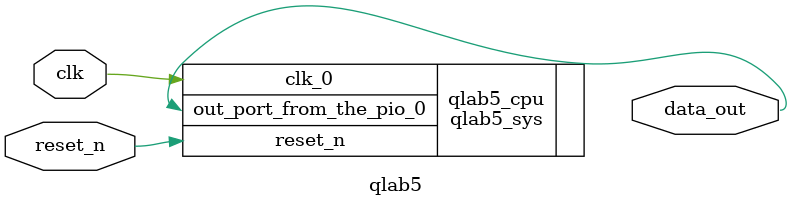
<source format=v>
module qlab5(input wire clk, input wire reset_n,
	output wire data_out);

qlab5_sys qlab5_cpu(.clk_0(clk), .reset_n(reset_n),
	.out_port_from_the_pio_0(data_out));

endmodule
</source>
